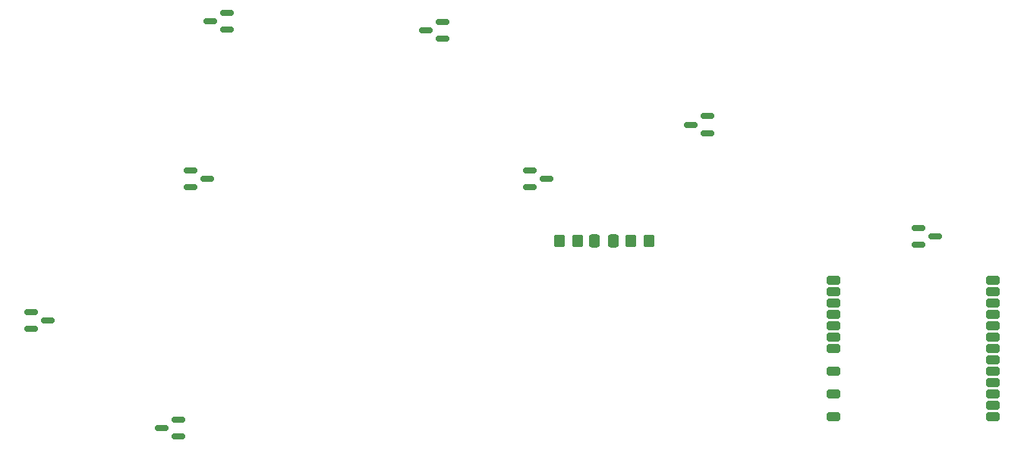
<source format=gbr>
%TF.GenerationSoftware,KiCad,Pcbnew,9.0.6*%
%TF.CreationDate,2025-12-28T18:57:25+01:00*%
%TF.ProjectId,pcb_phone_controller,7063625f-7068-46f6-9e65-5f636f6e7472,rev?*%
%TF.SameCoordinates,Original*%
%TF.FileFunction,Paste,Top*%
%TF.FilePolarity,Positive*%
%FSLAX46Y46*%
G04 Gerber Fmt 4.6, Leading zero omitted, Abs format (unit mm)*
G04 Created by KiCad (PCBNEW 9.0.6) date 2025-12-28 18:57:25*
%MOMM*%
%LPD*%
G01*
G04 APERTURE LIST*
G04 Aperture macros list*
%AMRoundRect*
0 Rectangle with rounded corners*
0 $1 Rounding radius*
0 $2 $3 $4 $5 $6 $7 $8 $9 X,Y pos of 4 corners*
0 Add a 4 corners polygon primitive as box body*
4,1,4,$2,$3,$4,$5,$6,$7,$8,$9,$2,$3,0*
0 Add four circle primitives for the rounded corners*
1,1,$1+$1,$2,$3*
1,1,$1+$1,$4,$5*
1,1,$1+$1,$6,$7*
1,1,$1+$1,$8,$9*
0 Add four rect primitives between the rounded corners*
20,1,$1+$1,$2,$3,$4,$5,0*
20,1,$1+$1,$4,$5,$6,$7,0*
20,1,$1+$1,$6,$7,$8,$9,0*
20,1,$1+$1,$8,$9,$2,$3,0*%
G04 Aperture macros list end*
%ADD10RoundRect,0.250000X0.337500X0.475000X-0.337500X0.475000X-0.337500X-0.475000X0.337500X-0.475000X0*%
%ADD11RoundRect,0.250000X-0.350000X-0.450000X0.350000X-0.450000X0.350000X0.450000X-0.350000X0.450000X0*%
%ADD12RoundRect,0.150000X0.587500X0.150000X-0.587500X0.150000X-0.587500X-0.150000X0.587500X-0.150000X0*%
%ADD13RoundRect,0.150000X-0.587500X-0.150000X0.587500X-0.150000X0.587500X0.150000X-0.587500X0.150000X0*%
%ADD14RoundRect,0.250000X0.500000X-0.250000X0.500000X0.250000X-0.500000X0.250000X-0.500000X-0.250000X0*%
%ADD15RoundRect,0.250000X-0.500000X0.250000X-0.500000X-0.250000X0.500000X-0.250000X0.500000X0.250000X0*%
G04 APERTURE END LIST*
D10*
%TO.C,C1*%
X178000000Y-122500000D03*
X175925000Y-122500000D03*
%TD*%
D11*
%TO.C,R1*%
X180000000Y-122500000D03*
X182000000Y-122500000D03*
%TD*%
D12*
%TO.C,D3*%
X134937500Y-98950000D03*
X134937500Y-97050000D03*
X133062500Y-98000000D03*
%TD*%
%TO.C,D7*%
X129500000Y-144400000D03*
X129500000Y-142500000D03*
X127625000Y-143450000D03*
%TD*%
D13*
%TO.C,D5*%
X212062500Y-121050000D03*
X212062500Y-122950000D03*
X213937500Y-122000000D03*
%TD*%
D12*
%TO.C,D6*%
X188500000Y-110500000D03*
X188500000Y-108600000D03*
X186625000Y-109550000D03*
%TD*%
D13*
%TO.C,D2*%
X168662500Y-114650000D03*
X168662500Y-116550000D03*
X170537500Y-115600000D03*
%TD*%
%TO.C,D8*%
X113062500Y-130450000D03*
X113062500Y-132350000D03*
X114937500Y-131400000D03*
%TD*%
D12*
%TO.C,D4*%
X158937500Y-99950000D03*
X158937500Y-98050000D03*
X157062500Y-99000000D03*
%TD*%
D14*
%TO.C,U1*%
X220390000Y-142181871D03*
X220390000Y-139641871D03*
X220390000Y-137101871D03*
D15*
X202610000Y-137101871D03*
D14*
X220390000Y-134561871D03*
X220390000Y-132021871D03*
D15*
X202610000Y-142181871D03*
D14*
X220390000Y-129481871D03*
D15*
X202610000Y-129481871D03*
X202610000Y-132021871D03*
X202610000Y-134561871D03*
D14*
X220390000Y-128211871D03*
D15*
X202610000Y-128211871D03*
X202610000Y-130751871D03*
X202610000Y-133291871D03*
D14*
X220390000Y-140911871D03*
X220390000Y-138371871D03*
X220390000Y-135831871D03*
X220390000Y-133291871D03*
X220390000Y-130751871D03*
X220390000Y-126941871D03*
D15*
X202610000Y-126941871D03*
X202610000Y-139641871D03*
%TD*%
D11*
%TO.C,R2*%
X172000000Y-122500000D03*
X174000000Y-122500000D03*
%TD*%
D13*
%TO.C,D1*%
X130862500Y-114650000D03*
X130862500Y-116550000D03*
X132737500Y-115600000D03*
%TD*%
M02*

</source>
